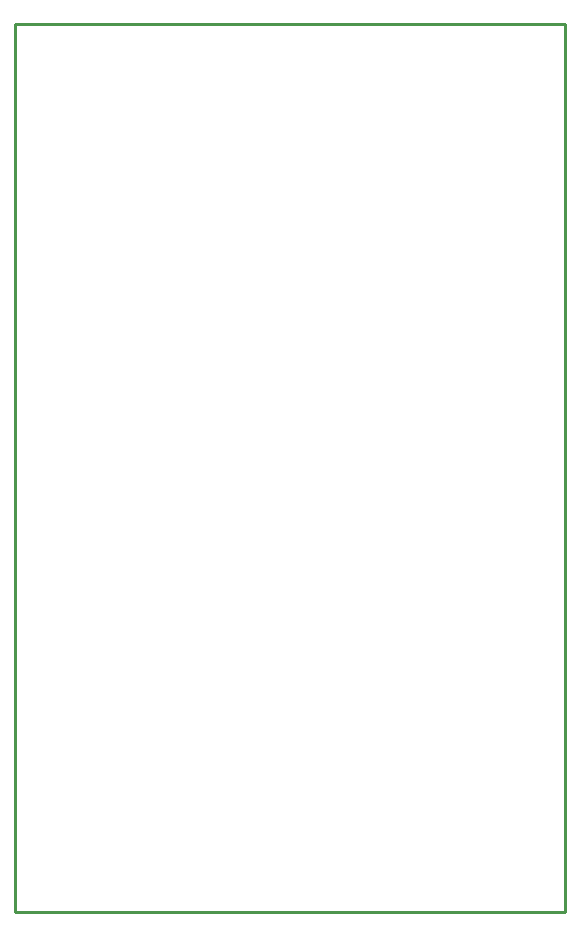
<source format=gm1>
G04*
G04 #@! TF.GenerationSoftware,Altium Limited,Altium Designer,24.5.2 (23)*
G04*
G04 Layer_Color=16711935*
%FSLAX25Y25*%
%MOIN*%
G70*
G04*
G04 #@! TF.SameCoordinates,283EEC4D-0936-4861-99EB-E05453D0A95E*
G04*
G04*
G04 #@! TF.FilePolarity,Positive*
G04*
G01*
G75*
%ADD12C,0.01000*%
D12*
X183071D01*
Y296063D01*
X0D02*
X183071D01*
X0Y0D02*
Y296063D01*
M02*

</source>
